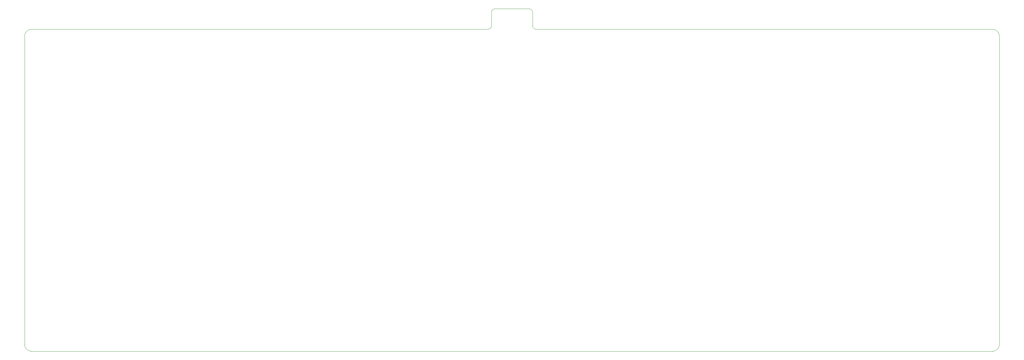
<source format=gbr>
%TF.GenerationSoftware,KiCad,Pcbnew,(6.0.8)*%
%TF.CreationDate,2022-10-24T21:08:13+02:00*%
%TF.ProjectId,cod67-iso,636f6436-372d-4697-936f-2e6b69636164,rev?*%
%TF.SameCoordinates,Original*%
%TF.FileFunction,Profile,NP*%
%FSLAX46Y46*%
G04 Gerber Fmt 4.6, Leading zero omitted, Abs format (unit mm)*
G04 Created by KiCad (PCBNEW (6.0.8)) date 2022-10-24 21:08:13*
%MOMM*%
%LPD*%
G01*
G04 APERTURE LIST*
%TA.AperFunction,Profile*%
%ADD10C,0.100000*%
%TD*%
G04 APERTURE END LIST*
D10*
X38244067Y-42593500D02*
G75*
G03*
X36244000Y-44594000I3J-2000070D01*
G01*
X320944000Y-44594000D02*
G75*
G03*
X318943500Y-42593500I-2000500J0D01*
G01*
X320944000Y-44594000D02*
X320944000Y-134793500D01*
X173594250Y-36592550D02*
G75*
G03*
X172593750Y-37593500I450J-1000950D01*
G01*
X172593750Y-41593500D02*
X172593750Y-37593500D01*
X184593750Y-41593500D02*
X184593750Y-37593500D01*
X171481192Y-42587145D02*
X38244067Y-42593567D01*
X184593700Y-41593500D02*
G75*
G03*
X185593750Y-42593500I1000000J0D01*
G01*
X36243967Y-134793500D02*
G75*
G03*
X38244067Y-136793933I2000133J-300D01*
G01*
X184593883Y-37593500D02*
G75*
G03*
X183593683Y-36593317I-1000183J0D01*
G01*
X173594250Y-36592500D02*
X183593683Y-36593317D01*
X318943433Y-136793933D02*
G75*
G03*
X320943933Y-134793433I-33J2000533D01*
G01*
X318943500Y-42593500D02*
X185593750Y-42593500D01*
X318943433Y-136793933D02*
X38244067Y-136793933D01*
X36244000Y-44594000D02*
X36244000Y-134793500D01*
X171481198Y-42587090D02*
G75*
G03*
X172593750Y-41593500I112602J993590D01*
G01*
M02*

</source>
